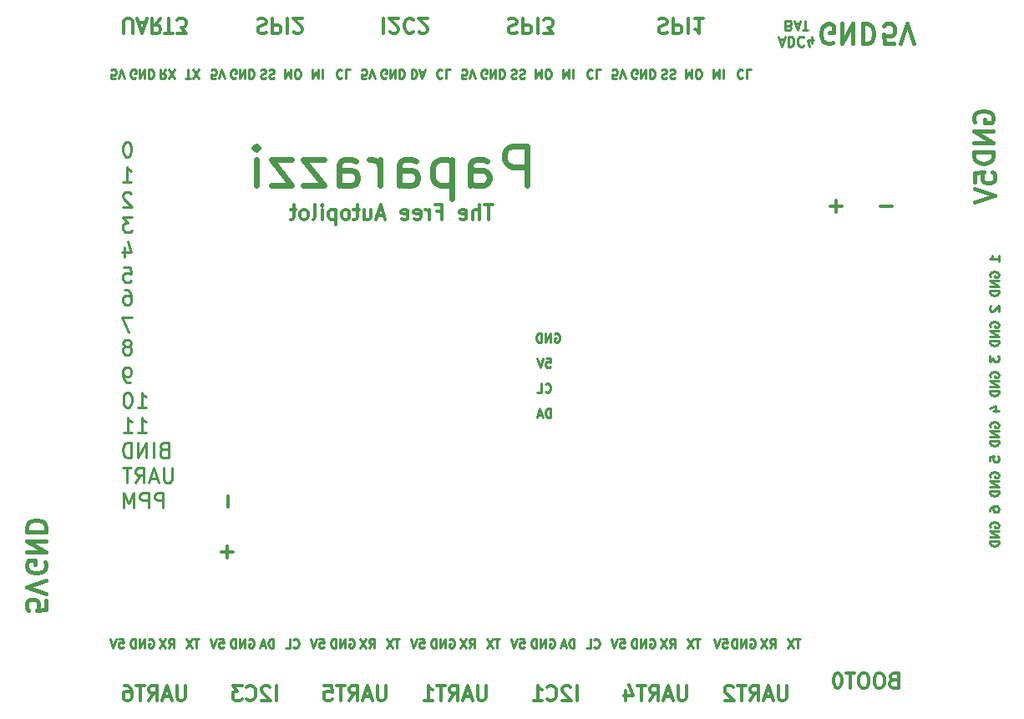
<source format=gbo>
G04 (created by PCBNEW (2013-07-07 BZR 4022)-stable) date 07/04/2014 23:08:49*
%MOIN*%
G04 Gerber Fmt 3.4, Leading zero omitted, Abs format*
%FSLAX34Y34*%
G01*
G70*
G90*
G04 APERTURE LIST*
%ADD10C,0.00590551*%
%ADD11C,0.011811*%
%ADD12C,0.023622*%
%ADD13C,0.00885827*%
%ADD14C,0.015748*%
%ADD15C,0.0670551*%
%ADD16R,0.063X0.063*%
%ADD17C,0.063*%
%ADD18R,0.068X0.068*%
%ADD19C,0.068*%
%ADD20R,0.108X0.108*%
%ADD21C,0.108*%
%ADD22C,0.20485*%
%ADD23C,0.078*%
%ADD24R,0.078X0.078*%
G04 APERTURE END LIST*
G54D10*
G54D11*
X69275Y-36714D02*
X69724Y-36714D01*
X69500Y-36939D02*
X69500Y-36489D01*
X71275Y-36714D02*
X71724Y-36714D01*
X44975Y-50514D02*
X45424Y-50514D01*
X45200Y-50739D02*
X45200Y-50289D01*
X45214Y-48724D02*
X45214Y-48275D01*
X55785Y-36648D02*
X55447Y-36648D01*
X55616Y-37239D02*
X55616Y-36648D01*
X55251Y-37239D02*
X55251Y-36648D01*
X54998Y-37239D02*
X54998Y-36929D01*
X55026Y-36873D01*
X55082Y-36845D01*
X55166Y-36845D01*
X55223Y-36873D01*
X55251Y-36901D01*
X54491Y-37210D02*
X54548Y-37239D01*
X54660Y-37239D01*
X54716Y-37210D01*
X54744Y-37154D01*
X54744Y-36929D01*
X54716Y-36873D01*
X54660Y-36845D01*
X54548Y-36845D01*
X54491Y-36873D01*
X54463Y-36929D01*
X54463Y-36985D01*
X54744Y-37042D01*
X53563Y-36929D02*
X53760Y-36929D01*
X53760Y-37239D02*
X53760Y-36648D01*
X53479Y-36648D01*
X53254Y-37239D02*
X53254Y-36845D01*
X53254Y-36957D02*
X53226Y-36901D01*
X53198Y-36873D01*
X53142Y-36845D01*
X53085Y-36845D01*
X52663Y-37210D02*
X52720Y-37239D01*
X52832Y-37239D01*
X52888Y-37210D01*
X52917Y-37154D01*
X52917Y-36929D01*
X52888Y-36873D01*
X52832Y-36845D01*
X52720Y-36845D01*
X52663Y-36873D01*
X52635Y-36929D01*
X52635Y-36985D01*
X52917Y-37042D01*
X52157Y-37210D02*
X52214Y-37239D01*
X52326Y-37239D01*
X52382Y-37210D01*
X52410Y-37154D01*
X52410Y-36929D01*
X52382Y-36873D01*
X52326Y-36845D01*
X52214Y-36845D01*
X52157Y-36873D01*
X52129Y-36929D01*
X52129Y-36985D01*
X52410Y-37042D01*
X51454Y-37070D02*
X51173Y-37070D01*
X51510Y-37239D02*
X51314Y-36648D01*
X51117Y-37239D01*
X50667Y-36845D02*
X50667Y-37239D01*
X50920Y-36845D02*
X50920Y-37154D01*
X50892Y-37210D01*
X50836Y-37239D01*
X50751Y-37239D01*
X50695Y-37210D01*
X50667Y-37182D01*
X50470Y-36845D02*
X50245Y-36845D01*
X50386Y-36648D02*
X50386Y-37154D01*
X50357Y-37210D01*
X50301Y-37239D01*
X50245Y-37239D01*
X49964Y-37239D02*
X50020Y-37210D01*
X50048Y-37182D01*
X50076Y-37126D01*
X50076Y-36957D01*
X50048Y-36901D01*
X50020Y-36873D01*
X49964Y-36845D01*
X49879Y-36845D01*
X49823Y-36873D01*
X49795Y-36901D01*
X49767Y-36957D01*
X49767Y-37126D01*
X49795Y-37182D01*
X49823Y-37210D01*
X49879Y-37239D01*
X49964Y-37239D01*
X49514Y-36845D02*
X49514Y-37435D01*
X49514Y-36873D02*
X49458Y-36845D01*
X49345Y-36845D01*
X49289Y-36873D01*
X49261Y-36901D01*
X49233Y-36957D01*
X49233Y-37126D01*
X49261Y-37182D01*
X49289Y-37210D01*
X49345Y-37239D01*
X49458Y-37239D01*
X49514Y-37210D01*
X48980Y-37239D02*
X48980Y-36845D01*
X48980Y-36648D02*
X49008Y-36676D01*
X48980Y-36704D01*
X48951Y-36676D01*
X48980Y-36648D01*
X48980Y-36704D01*
X48614Y-37239D02*
X48670Y-37210D01*
X48698Y-37154D01*
X48698Y-36648D01*
X48305Y-37239D02*
X48361Y-37210D01*
X48389Y-37182D01*
X48417Y-37126D01*
X48417Y-36957D01*
X48389Y-36901D01*
X48361Y-36873D01*
X48305Y-36845D01*
X48220Y-36845D01*
X48164Y-36873D01*
X48136Y-36901D01*
X48108Y-36957D01*
X48108Y-37126D01*
X48136Y-37182D01*
X48164Y-37210D01*
X48220Y-37239D01*
X48305Y-37239D01*
X47939Y-36845D02*
X47714Y-36845D01*
X47855Y-36648D02*
X47855Y-37154D01*
X47827Y-37210D01*
X47770Y-37239D01*
X47714Y-37239D01*
G54D12*
X57149Y-35887D02*
X57149Y-34312D01*
X56549Y-34312D01*
X56399Y-34387D01*
X56324Y-34462D01*
X56249Y-34612D01*
X56249Y-34837D01*
X56324Y-34987D01*
X56399Y-35062D01*
X56549Y-35137D01*
X57149Y-35137D01*
X54899Y-35887D02*
X54899Y-35062D01*
X54974Y-34912D01*
X55124Y-34837D01*
X55424Y-34837D01*
X55574Y-34912D01*
X54899Y-35812D02*
X55049Y-35887D01*
X55424Y-35887D01*
X55574Y-35812D01*
X55649Y-35662D01*
X55649Y-35512D01*
X55574Y-35362D01*
X55424Y-35287D01*
X55049Y-35287D01*
X54899Y-35212D01*
X54149Y-34837D02*
X54149Y-36412D01*
X54149Y-34912D02*
X53999Y-34837D01*
X53699Y-34837D01*
X53549Y-34912D01*
X53474Y-34987D01*
X53399Y-35137D01*
X53399Y-35587D01*
X53474Y-35737D01*
X53549Y-35812D01*
X53699Y-35887D01*
X53999Y-35887D01*
X54149Y-35812D01*
X52049Y-35887D02*
X52049Y-35062D01*
X52124Y-34912D01*
X52274Y-34837D01*
X52574Y-34837D01*
X52724Y-34912D01*
X52049Y-35812D02*
X52199Y-35887D01*
X52574Y-35887D01*
X52724Y-35812D01*
X52799Y-35662D01*
X52799Y-35512D01*
X52724Y-35362D01*
X52574Y-35287D01*
X52199Y-35287D01*
X52049Y-35212D01*
X51300Y-35887D02*
X51300Y-34837D01*
X51300Y-35137D02*
X51225Y-34987D01*
X51150Y-34912D01*
X51000Y-34837D01*
X50850Y-34837D01*
X49650Y-35887D02*
X49650Y-35062D01*
X49725Y-34912D01*
X49875Y-34837D01*
X50175Y-34837D01*
X50325Y-34912D01*
X49650Y-35812D02*
X49800Y-35887D01*
X50175Y-35887D01*
X50325Y-35812D01*
X50400Y-35662D01*
X50400Y-35512D01*
X50325Y-35362D01*
X50175Y-35287D01*
X49800Y-35287D01*
X49650Y-35212D01*
X49050Y-34837D02*
X48225Y-34837D01*
X49050Y-35887D01*
X48225Y-35887D01*
X47775Y-34837D02*
X46950Y-34837D01*
X47775Y-35887D01*
X46950Y-35887D01*
X46350Y-35887D02*
X46350Y-34837D01*
X46350Y-34312D02*
X46425Y-34387D01*
X46350Y-34462D01*
X46275Y-34387D01*
X46350Y-34312D01*
X46350Y-34462D01*
G54D13*
X50069Y-54005D02*
X50103Y-53989D01*
X50154Y-53989D01*
X50204Y-54005D01*
X50238Y-54039D01*
X50255Y-54073D01*
X50272Y-54140D01*
X50272Y-54191D01*
X50255Y-54259D01*
X50238Y-54292D01*
X50204Y-54326D01*
X50154Y-54343D01*
X50120Y-54343D01*
X50069Y-54326D01*
X50053Y-54309D01*
X50053Y-54191D01*
X50120Y-54191D01*
X49901Y-54343D02*
X49901Y-53989D01*
X49698Y-54343D01*
X49698Y-53989D01*
X49530Y-54343D02*
X49530Y-53989D01*
X49445Y-53989D01*
X49395Y-54005D01*
X49361Y-54039D01*
X49344Y-54073D01*
X49327Y-54140D01*
X49327Y-54191D01*
X49344Y-54259D01*
X49361Y-54292D01*
X49395Y-54326D01*
X49445Y-54343D01*
X49530Y-54343D01*
X59044Y-54343D02*
X59044Y-53989D01*
X58960Y-53989D01*
X58909Y-54005D01*
X58875Y-54039D01*
X58859Y-54073D01*
X58842Y-54140D01*
X58842Y-54191D01*
X58859Y-54259D01*
X58875Y-54292D01*
X58909Y-54326D01*
X58960Y-54343D01*
X59044Y-54343D01*
X58707Y-54242D02*
X58538Y-54242D01*
X58740Y-54343D02*
X58622Y-53989D01*
X58504Y-54343D01*
X47044Y-54343D02*
X47044Y-53989D01*
X46960Y-53989D01*
X46909Y-54005D01*
X46875Y-54039D01*
X46859Y-54073D01*
X46842Y-54140D01*
X46842Y-54191D01*
X46859Y-54259D01*
X46875Y-54292D01*
X46909Y-54326D01*
X46960Y-54343D01*
X47044Y-54343D01*
X46707Y-54242D02*
X46538Y-54242D01*
X46740Y-54343D02*
X46622Y-53989D01*
X46504Y-54343D01*
X58069Y-54005D02*
X58103Y-53989D01*
X58154Y-53989D01*
X58204Y-54005D01*
X58238Y-54039D01*
X58255Y-54073D01*
X58272Y-54140D01*
X58272Y-54191D01*
X58255Y-54259D01*
X58238Y-54292D01*
X58204Y-54326D01*
X58154Y-54343D01*
X58120Y-54343D01*
X58069Y-54326D01*
X58053Y-54309D01*
X58053Y-54191D01*
X58120Y-54191D01*
X57901Y-54343D02*
X57901Y-53989D01*
X57698Y-54343D01*
X57698Y-53989D01*
X57530Y-54343D02*
X57530Y-53989D01*
X57445Y-53989D01*
X57395Y-54005D01*
X57361Y-54039D01*
X57344Y-54073D01*
X57327Y-54140D01*
X57327Y-54191D01*
X57344Y-54259D01*
X57361Y-54292D01*
X57395Y-54326D01*
X57445Y-54343D01*
X57530Y-54343D01*
X59833Y-54309D02*
X59850Y-54326D01*
X59901Y-54343D01*
X59934Y-54343D01*
X59985Y-54326D01*
X60019Y-54292D01*
X60036Y-54259D01*
X60053Y-54191D01*
X60053Y-54140D01*
X60036Y-54073D01*
X60019Y-54039D01*
X59985Y-54005D01*
X59934Y-53989D01*
X59901Y-53989D01*
X59850Y-54005D01*
X59833Y-54022D01*
X59513Y-54343D02*
X59681Y-54343D01*
X59681Y-53989D01*
X47833Y-54309D02*
X47850Y-54326D01*
X47901Y-54343D01*
X47934Y-54343D01*
X47985Y-54326D01*
X48019Y-54292D01*
X48036Y-54259D01*
X48053Y-54191D01*
X48053Y-54140D01*
X48036Y-54073D01*
X48019Y-54039D01*
X47985Y-54005D01*
X47934Y-53989D01*
X47901Y-53989D01*
X47850Y-54005D01*
X47833Y-54022D01*
X47513Y-54343D02*
X47681Y-54343D01*
X47681Y-53989D01*
X48597Y-31256D02*
X48597Y-31610D01*
X48715Y-31357D01*
X48833Y-31610D01*
X48833Y-31256D01*
X49002Y-31256D02*
X49002Y-31610D01*
X58597Y-31256D02*
X58597Y-31610D01*
X58715Y-31357D01*
X58833Y-31610D01*
X58833Y-31256D01*
X59002Y-31256D02*
X59002Y-31610D01*
X64597Y-31256D02*
X64597Y-31610D01*
X64715Y-31357D01*
X64833Y-31610D01*
X64833Y-31256D01*
X65002Y-31256D02*
X65002Y-31610D01*
X63496Y-31256D02*
X63496Y-31610D01*
X63614Y-31357D01*
X63732Y-31610D01*
X63732Y-31256D01*
X63968Y-31610D02*
X64036Y-31610D01*
X64069Y-31594D01*
X64103Y-31560D01*
X64120Y-31492D01*
X64120Y-31374D01*
X64103Y-31307D01*
X64069Y-31273D01*
X64036Y-31256D01*
X63968Y-31256D01*
X63934Y-31273D01*
X63901Y-31307D01*
X63884Y-31374D01*
X63884Y-31492D01*
X63901Y-31560D01*
X63934Y-31594D01*
X63968Y-31610D01*
X57496Y-31256D02*
X57496Y-31610D01*
X57614Y-31357D01*
X57732Y-31610D01*
X57732Y-31256D01*
X57968Y-31610D02*
X58036Y-31610D01*
X58069Y-31594D01*
X58103Y-31560D01*
X58120Y-31492D01*
X58120Y-31374D01*
X58103Y-31307D01*
X58069Y-31273D01*
X58036Y-31256D01*
X57968Y-31256D01*
X57934Y-31273D01*
X57901Y-31307D01*
X57884Y-31374D01*
X57884Y-31492D01*
X57901Y-31560D01*
X57934Y-31594D01*
X57968Y-31610D01*
X47496Y-31256D02*
X47496Y-31610D01*
X47614Y-31357D01*
X47732Y-31610D01*
X47732Y-31256D01*
X47968Y-31610D02*
X48036Y-31610D01*
X48069Y-31594D01*
X48103Y-31560D01*
X48120Y-31492D01*
X48120Y-31374D01*
X48103Y-31307D01*
X48069Y-31273D01*
X48036Y-31256D01*
X47968Y-31256D01*
X47934Y-31273D01*
X47901Y-31307D01*
X47884Y-31374D01*
X47884Y-31492D01*
X47901Y-31560D01*
X47934Y-31594D01*
X47968Y-31610D01*
X62530Y-31273D02*
X62580Y-31256D01*
X62665Y-31256D01*
X62698Y-31273D01*
X62715Y-31290D01*
X62732Y-31324D01*
X62732Y-31357D01*
X62715Y-31391D01*
X62698Y-31408D01*
X62665Y-31425D01*
X62597Y-31442D01*
X62563Y-31459D01*
X62546Y-31475D01*
X62530Y-31509D01*
X62530Y-31543D01*
X62546Y-31577D01*
X62563Y-31594D01*
X62597Y-31610D01*
X62681Y-31610D01*
X62732Y-31594D01*
X62867Y-31273D02*
X62918Y-31256D01*
X63002Y-31256D01*
X63036Y-31273D01*
X63053Y-31290D01*
X63069Y-31324D01*
X63069Y-31357D01*
X63053Y-31391D01*
X63036Y-31408D01*
X63002Y-31425D01*
X62934Y-31442D01*
X62901Y-31459D01*
X62884Y-31475D01*
X62867Y-31509D01*
X62867Y-31543D01*
X62884Y-31577D01*
X62901Y-31594D01*
X62934Y-31610D01*
X63019Y-31610D01*
X63069Y-31594D01*
X56530Y-31273D02*
X56580Y-31256D01*
X56665Y-31256D01*
X56698Y-31273D01*
X56715Y-31290D01*
X56732Y-31324D01*
X56732Y-31357D01*
X56715Y-31391D01*
X56698Y-31408D01*
X56665Y-31425D01*
X56597Y-31442D01*
X56563Y-31459D01*
X56546Y-31475D01*
X56530Y-31509D01*
X56530Y-31543D01*
X56546Y-31577D01*
X56563Y-31594D01*
X56597Y-31610D01*
X56681Y-31610D01*
X56732Y-31594D01*
X56867Y-31273D02*
X56918Y-31256D01*
X57002Y-31256D01*
X57036Y-31273D01*
X57053Y-31290D01*
X57069Y-31324D01*
X57069Y-31357D01*
X57053Y-31391D01*
X57036Y-31408D01*
X57002Y-31425D01*
X56934Y-31442D01*
X56901Y-31459D01*
X56884Y-31475D01*
X56867Y-31509D01*
X56867Y-31543D01*
X56884Y-31577D01*
X56901Y-31594D01*
X56934Y-31610D01*
X57019Y-31610D01*
X57069Y-31594D01*
X46530Y-31273D02*
X46580Y-31256D01*
X46665Y-31256D01*
X46698Y-31273D01*
X46715Y-31290D01*
X46732Y-31324D01*
X46732Y-31357D01*
X46715Y-31391D01*
X46698Y-31408D01*
X46665Y-31425D01*
X46597Y-31442D01*
X46563Y-31459D01*
X46546Y-31475D01*
X46530Y-31509D01*
X46530Y-31543D01*
X46546Y-31577D01*
X46563Y-31594D01*
X46597Y-31610D01*
X46681Y-31610D01*
X46732Y-31594D01*
X46867Y-31273D02*
X46918Y-31256D01*
X47002Y-31256D01*
X47036Y-31273D01*
X47053Y-31290D01*
X47069Y-31324D01*
X47069Y-31357D01*
X47053Y-31391D01*
X47036Y-31408D01*
X47002Y-31425D01*
X46934Y-31442D01*
X46901Y-31459D01*
X46884Y-31475D01*
X46867Y-31509D01*
X46867Y-31543D01*
X46884Y-31577D01*
X46901Y-31594D01*
X46934Y-31610D01*
X47019Y-31610D01*
X47069Y-31594D01*
X65766Y-31290D02*
X65749Y-31273D01*
X65698Y-31256D01*
X65665Y-31256D01*
X65614Y-31273D01*
X65580Y-31307D01*
X65563Y-31340D01*
X65546Y-31408D01*
X65546Y-31459D01*
X65563Y-31526D01*
X65580Y-31560D01*
X65614Y-31594D01*
X65665Y-31610D01*
X65698Y-31610D01*
X65749Y-31594D01*
X65766Y-31577D01*
X66086Y-31256D02*
X65918Y-31256D01*
X65918Y-31610D01*
X59766Y-31290D02*
X59749Y-31273D01*
X59698Y-31256D01*
X59665Y-31256D01*
X59614Y-31273D01*
X59580Y-31307D01*
X59563Y-31340D01*
X59546Y-31408D01*
X59546Y-31459D01*
X59563Y-31526D01*
X59580Y-31560D01*
X59614Y-31594D01*
X59665Y-31610D01*
X59698Y-31610D01*
X59749Y-31594D01*
X59766Y-31577D01*
X60086Y-31256D02*
X59918Y-31256D01*
X59918Y-31610D01*
X49766Y-31290D02*
X49749Y-31273D01*
X49698Y-31256D01*
X49665Y-31256D01*
X49614Y-31273D01*
X49580Y-31307D01*
X49563Y-31340D01*
X49546Y-31408D01*
X49546Y-31459D01*
X49563Y-31526D01*
X49580Y-31560D01*
X49614Y-31594D01*
X49665Y-31610D01*
X49698Y-31610D01*
X49749Y-31594D01*
X49766Y-31577D01*
X50086Y-31256D02*
X49918Y-31256D01*
X49918Y-31610D01*
X53766Y-31290D02*
X53749Y-31273D01*
X53698Y-31256D01*
X53665Y-31256D01*
X53614Y-31273D01*
X53580Y-31307D01*
X53563Y-31340D01*
X53546Y-31408D01*
X53546Y-31459D01*
X53563Y-31526D01*
X53580Y-31560D01*
X53614Y-31594D01*
X53665Y-31610D01*
X53698Y-31610D01*
X53749Y-31594D01*
X53766Y-31577D01*
X54086Y-31256D02*
X53918Y-31256D01*
X53918Y-31610D01*
X52555Y-31256D02*
X52555Y-31610D01*
X52639Y-31610D01*
X52690Y-31594D01*
X52724Y-31560D01*
X52740Y-31526D01*
X52757Y-31459D01*
X52757Y-31408D01*
X52740Y-31340D01*
X52724Y-31307D01*
X52690Y-31273D01*
X52639Y-31256D01*
X52555Y-31256D01*
X52892Y-31357D02*
X53061Y-31357D01*
X52859Y-31256D02*
X52977Y-31610D01*
X53095Y-31256D01*
G54D11*
X51442Y-29210D02*
X51442Y-29801D01*
X51695Y-29745D02*
X51723Y-29773D01*
X51779Y-29801D01*
X51920Y-29801D01*
X51976Y-29773D01*
X52004Y-29745D01*
X52032Y-29689D01*
X52032Y-29632D01*
X52004Y-29548D01*
X51667Y-29210D01*
X52032Y-29210D01*
X52623Y-29267D02*
X52595Y-29239D01*
X52510Y-29210D01*
X52454Y-29210D01*
X52370Y-29239D01*
X52314Y-29295D01*
X52285Y-29351D01*
X52257Y-29464D01*
X52257Y-29548D01*
X52285Y-29660D01*
X52314Y-29717D01*
X52370Y-29773D01*
X52454Y-29801D01*
X52510Y-29801D01*
X52595Y-29773D01*
X52623Y-29745D01*
X52848Y-29745D02*
X52876Y-29773D01*
X52932Y-29801D01*
X53073Y-29801D01*
X53129Y-29773D01*
X53157Y-29745D01*
X53185Y-29689D01*
X53185Y-29632D01*
X53157Y-29548D01*
X52820Y-29210D01*
X53185Y-29210D01*
G54D14*
X37968Y-52449D02*
X37968Y-52824D01*
X37593Y-52862D01*
X37631Y-52824D01*
X37668Y-52749D01*
X37668Y-52562D01*
X37631Y-52487D01*
X37593Y-52449D01*
X37518Y-52412D01*
X37331Y-52412D01*
X37256Y-52449D01*
X37218Y-52487D01*
X37181Y-52562D01*
X37181Y-52749D01*
X37218Y-52824D01*
X37256Y-52862D01*
X37968Y-52187D02*
X37181Y-51925D01*
X37968Y-51662D01*
X37931Y-50899D02*
X37968Y-50974D01*
X37968Y-51087D01*
X37931Y-51199D01*
X37856Y-51274D01*
X37781Y-51312D01*
X37631Y-51349D01*
X37518Y-51349D01*
X37368Y-51312D01*
X37293Y-51274D01*
X37218Y-51199D01*
X37181Y-51087D01*
X37181Y-51012D01*
X37218Y-50899D01*
X37256Y-50862D01*
X37518Y-50862D01*
X37518Y-51012D01*
X37181Y-50524D02*
X37968Y-50524D01*
X37181Y-50075D01*
X37968Y-50075D01*
X37181Y-49700D02*
X37968Y-49700D01*
X37968Y-49512D01*
X37931Y-49400D01*
X37856Y-49325D01*
X37781Y-49287D01*
X37631Y-49250D01*
X37518Y-49250D01*
X37368Y-49287D01*
X37293Y-49325D01*
X37218Y-49400D01*
X37181Y-49512D01*
X37181Y-49700D01*
G54D11*
X62414Y-29239D02*
X62498Y-29210D01*
X62639Y-29210D01*
X62695Y-29239D01*
X62723Y-29267D01*
X62751Y-29323D01*
X62751Y-29379D01*
X62723Y-29435D01*
X62695Y-29464D01*
X62639Y-29492D01*
X62526Y-29520D01*
X62470Y-29548D01*
X62442Y-29576D01*
X62414Y-29632D01*
X62414Y-29689D01*
X62442Y-29745D01*
X62470Y-29773D01*
X62526Y-29801D01*
X62667Y-29801D01*
X62751Y-29773D01*
X63004Y-29210D02*
X63004Y-29801D01*
X63229Y-29801D01*
X63285Y-29773D01*
X63314Y-29745D01*
X63342Y-29689D01*
X63342Y-29604D01*
X63314Y-29548D01*
X63285Y-29520D01*
X63229Y-29492D01*
X63004Y-29492D01*
X63595Y-29210D02*
X63595Y-29801D01*
X64185Y-29210D02*
X63848Y-29210D01*
X64017Y-29210D02*
X64017Y-29801D01*
X63960Y-29717D01*
X63904Y-29660D01*
X63848Y-29632D01*
X56414Y-29239D02*
X56498Y-29210D01*
X56639Y-29210D01*
X56695Y-29239D01*
X56723Y-29267D01*
X56751Y-29323D01*
X56751Y-29379D01*
X56723Y-29435D01*
X56695Y-29464D01*
X56639Y-29492D01*
X56526Y-29520D01*
X56470Y-29548D01*
X56442Y-29576D01*
X56414Y-29632D01*
X56414Y-29689D01*
X56442Y-29745D01*
X56470Y-29773D01*
X56526Y-29801D01*
X56667Y-29801D01*
X56751Y-29773D01*
X57004Y-29210D02*
X57004Y-29801D01*
X57229Y-29801D01*
X57285Y-29773D01*
X57314Y-29745D01*
X57342Y-29689D01*
X57342Y-29604D01*
X57314Y-29548D01*
X57285Y-29520D01*
X57229Y-29492D01*
X57004Y-29492D01*
X57595Y-29210D02*
X57595Y-29801D01*
X57820Y-29801D02*
X58185Y-29801D01*
X57988Y-29576D01*
X58073Y-29576D01*
X58129Y-29548D01*
X58157Y-29520D01*
X58185Y-29464D01*
X58185Y-29323D01*
X58157Y-29267D01*
X58129Y-29239D01*
X58073Y-29210D01*
X57904Y-29210D01*
X57848Y-29239D01*
X57820Y-29267D01*
X46414Y-29239D02*
X46498Y-29210D01*
X46639Y-29210D01*
X46695Y-29239D01*
X46723Y-29267D01*
X46751Y-29323D01*
X46751Y-29379D01*
X46723Y-29435D01*
X46695Y-29464D01*
X46639Y-29492D01*
X46526Y-29520D01*
X46470Y-29548D01*
X46442Y-29576D01*
X46414Y-29632D01*
X46414Y-29689D01*
X46442Y-29745D01*
X46470Y-29773D01*
X46526Y-29801D01*
X46667Y-29801D01*
X46751Y-29773D01*
X47004Y-29210D02*
X47004Y-29801D01*
X47229Y-29801D01*
X47285Y-29773D01*
X47314Y-29745D01*
X47342Y-29689D01*
X47342Y-29604D01*
X47314Y-29548D01*
X47285Y-29520D01*
X47229Y-29492D01*
X47004Y-29492D01*
X47595Y-29210D02*
X47595Y-29801D01*
X47848Y-29745D02*
X47876Y-29773D01*
X47932Y-29801D01*
X48073Y-29801D01*
X48129Y-29773D01*
X48157Y-29745D01*
X48185Y-29689D01*
X48185Y-29632D01*
X48157Y-29548D01*
X47820Y-29210D01*
X48185Y-29210D01*
X41076Y-29801D02*
X41076Y-29323D01*
X41104Y-29267D01*
X41132Y-29239D01*
X41189Y-29210D01*
X41301Y-29210D01*
X41357Y-29239D01*
X41386Y-29267D01*
X41414Y-29323D01*
X41414Y-29801D01*
X41667Y-29379D02*
X41948Y-29379D01*
X41611Y-29210D02*
X41807Y-29801D01*
X42004Y-29210D01*
X42539Y-29210D02*
X42342Y-29492D01*
X42201Y-29210D02*
X42201Y-29801D01*
X42426Y-29801D01*
X42482Y-29773D01*
X42510Y-29745D01*
X42539Y-29689D01*
X42539Y-29604D01*
X42510Y-29548D01*
X42482Y-29520D01*
X42426Y-29492D01*
X42201Y-29492D01*
X42707Y-29801D02*
X43045Y-29801D01*
X42876Y-29210D02*
X42876Y-29801D01*
X43185Y-29801D02*
X43551Y-29801D01*
X43354Y-29576D01*
X43438Y-29576D01*
X43495Y-29548D01*
X43523Y-29520D01*
X43551Y-29464D01*
X43551Y-29323D01*
X43523Y-29267D01*
X43495Y-29239D01*
X43438Y-29210D01*
X43270Y-29210D01*
X43213Y-29239D01*
X43185Y-29267D01*
X71782Y-55629D02*
X71698Y-55657D01*
X71670Y-55685D01*
X71642Y-55742D01*
X71642Y-55826D01*
X71670Y-55882D01*
X71698Y-55910D01*
X71754Y-55939D01*
X71979Y-55939D01*
X71979Y-55348D01*
X71782Y-55348D01*
X71726Y-55376D01*
X71698Y-55404D01*
X71670Y-55460D01*
X71670Y-55517D01*
X71698Y-55573D01*
X71726Y-55601D01*
X71782Y-55629D01*
X71979Y-55629D01*
X71276Y-55348D02*
X71164Y-55348D01*
X71107Y-55376D01*
X71051Y-55432D01*
X71023Y-55545D01*
X71023Y-55742D01*
X71051Y-55854D01*
X71107Y-55910D01*
X71164Y-55939D01*
X71276Y-55939D01*
X71332Y-55910D01*
X71388Y-55854D01*
X71417Y-55742D01*
X71417Y-55545D01*
X71388Y-55432D01*
X71332Y-55376D01*
X71276Y-55348D01*
X70657Y-55348D02*
X70545Y-55348D01*
X70489Y-55376D01*
X70432Y-55432D01*
X70404Y-55545D01*
X70404Y-55742D01*
X70432Y-55854D01*
X70489Y-55910D01*
X70545Y-55939D01*
X70657Y-55939D01*
X70714Y-55910D01*
X70770Y-55854D01*
X70798Y-55742D01*
X70798Y-55545D01*
X70770Y-55432D01*
X70714Y-55376D01*
X70657Y-55348D01*
X70235Y-55348D02*
X69898Y-55348D01*
X70067Y-55939D02*
X70067Y-55348D01*
X69589Y-55348D02*
X69532Y-55348D01*
X69476Y-55376D01*
X69448Y-55404D01*
X69420Y-55460D01*
X69392Y-55573D01*
X69392Y-55714D01*
X69420Y-55826D01*
X69448Y-55882D01*
X69476Y-55910D01*
X69532Y-55939D01*
X69589Y-55939D01*
X69645Y-55910D01*
X69673Y-55882D01*
X69701Y-55826D01*
X69729Y-55714D01*
X69729Y-55573D01*
X69701Y-55460D01*
X69673Y-55404D01*
X69645Y-55376D01*
X69589Y-55348D01*
X67523Y-55848D02*
X67523Y-56326D01*
X67495Y-56382D01*
X67467Y-56410D01*
X67410Y-56439D01*
X67298Y-56439D01*
X67242Y-56410D01*
X67213Y-56382D01*
X67185Y-56326D01*
X67185Y-55848D01*
X66932Y-56270D02*
X66651Y-56270D01*
X66988Y-56439D02*
X66792Y-55848D01*
X66595Y-56439D01*
X66060Y-56439D02*
X66257Y-56157D01*
X66398Y-56439D02*
X66398Y-55848D01*
X66173Y-55848D01*
X66117Y-55876D01*
X66089Y-55904D01*
X66060Y-55960D01*
X66060Y-56045D01*
X66089Y-56101D01*
X66117Y-56129D01*
X66173Y-56157D01*
X66398Y-56157D01*
X65892Y-55848D02*
X65554Y-55848D01*
X65723Y-56439D02*
X65723Y-55848D01*
X65386Y-55904D02*
X65357Y-55876D01*
X65301Y-55848D01*
X65161Y-55848D01*
X65104Y-55876D01*
X65076Y-55904D01*
X65048Y-55960D01*
X65048Y-56017D01*
X65076Y-56101D01*
X65414Y-56439D01*
X65048Y-56439D01*
X63523Y-55848D02*
X63523Y-56326D01*
X63495Y-56382D01*
X63467Y-56410D01*
X63410Y-56439D01*
X63298Y-56439D01*
X63242Y-56410D01*
X63213Y-56382D01*
X63185Y-56326D01*
X63185Y-55848D01*
X62932Y-56270D02*
X62651Y-56270D01*
X62988Y-56439D02*
X62792Y-55848D01*
X62595Y-56439D01*
X62060Y-56439D02*
X62257Y-56157D01*
X62398Y-56439D02*
X62398Y-55848D01*
X62173Y-55848D01*
X62117Y-55876D01*
X62089Y-55904D01*
X62060Y-55960D01*
X62060Y-56045D01*
X62089Y-56101D01*
X62117Y-56129D01*
X62173Y-56157D01*
X62398Y-56157D01*
X61892Y-55848D02*
X61554Y-55848D01*
X61723Y-56439D02*
X61723Y-55848D01*
X61104Y-56045D02*
X61104Y-56439D01*
X61245Y-55820D02*
X61386Y-56242D01*
X61020Y-56242D01*
X59157Y-56439D02*
X59157Y-55848D01*
X58904Y-55904D02*
X58876Y-55876D01*
X58820Y-55848D01*
X58679Y-55848D01*
X58623Y-55876D01*
X58595Y-55904D01*
X58567Y-55960D01*
X58567Y-56017D01*
X58595Y-56101D01*
X58932Y-56439D01*
X58567Y-56439D01*
X57976Y-56382D02*
X58004Y-56410D01*
X58089Y-56439D01*
X58145Y-56439D01*
X58229Y-56410D01*
X58285Y-56354D01*
X58314Y-56298D01*
X58342Y-56185D01*
X58342Y-56101D01*
X58314Y-55989D01*
X58285Y-55932D01*
X58229Y-55876D01*
X58145Y-55848D01*
X58089Y-55848D01*
X58004Y-55876D01*
X57976Y-55904D01*
X57414Y-56439D02*
X57751Y-56439D01*
X57582Y-56439D02*
X57582Y-55848D01*
X57639Y-55932D01*
X57695Y-55989D01*
X57751Y-56017D01*
X55523Y-55848D02*
X55523Y-56326D01*
X55495Y-56382D01*
X55467Y-56410D01*
X55410Y-56439D01*
X55298Y-56439D01*
X55242Y-56410D01*
X55213Y-56382D01*
X55185Y-56326D01*
X55185Y-55848D01*
X54932Y-56270D02*
X54651Y-56270D01*
X54988Y-56439D02*
X54792Y-55848D01*
X54595Y-56439D01*
X54060Y-56439D02*
X54257Y-56157D01*
X54398Y-56439D02*
X54398Y-55848D01*
X54173Y-55848D01*
X54117Y-55876D01*
X54089Y-55904D01*
X54060Y-55960D01*
X54060Y-56045D01*
X54089Y-56101D01*
X54117Y-56129D01*
X54173Y-56157D01*
X54398Y-56157D01*
X53892Y-55848D02*
X53554Y-55848D01*
X53723Y-56439D02*
X53723Y-55848D01*
X53048Y-56439D02*
X53386Y-56439D01*
X53217Y-56439D02*
X53217Y-55848D01*
X53273Y-55932D01*
X53329Y-55989D01*
X53386Y-56017D01*
X51523Y-55848D02*
X51523Y-56326D01*
X51495Y-56382D01*
X51467Y-56410D01*
X51410Y-56439D01*
X51298Y-56439D01*
X51242Y-56410D01*
X51213Y-56382D01*
X51185Y-56326D01*
X51185Y-55848D01*
X50932Y-56270D02*
X50651Y-56270D01*
X50988Y-56439D02*
X50792Y-55848D01*
X50595Y-56439D01*
X50060Y-56439D02*
X50257Y-56157D01*
X50398Y-56439D02*
X50398Y-55848D01*
X50173Y-55848D01*
X50117Y-55876D01*
X50089Y-55904D01*
X50060Y-55960D01*
X50060Y-56045D01*
X50089Y-56101D01*
X50117Y-56129D01*
X50173Y-56157D01*
X50398Y-56157D01*
X49892Y-55848D02*
X49554Y-55848D01*
X49723Y-56439D02*
X49723Y-55848D01*
X49076Y-55848D02*
X49357Y-55848D01*
X49386Y-56129D01*
X49357Y-56101D01*
X49301Y-56073D01*
X49161Y-56073D01*
X49104Y-56101D01*
X49076Y-56129D01*
X49048Y-56185D01*
X49048Y-56326D01*
X49076Y-56382D01*
X49104Y-56410D01*
X49161Y-56439D01*
X49301Y-56439D01*
X49357Y-56410D01*
X49386Y-56382D01*
X47157Y-56439D02*
X47157Y-55848D01*
X46904Y-55904D02*
X46876Y-55876D01*
X46820Y-55848D01*
X46679Y-55848D01*
X46623Y-55876D01*
X46595Y-55904D01*
X46567Y-55960D01*
X46567Y-56017D01*
X46595Y-56101D01*
X46932Y-56439D01*
X46567Y-56439D01*
X45976Y-56382D02*
X46004Y-56410D01*
X46089Y-56439D01*
X46145Y-56439D01*
X46229Y-56410D01*
X46285Y-56354D01*
X46314Y-56298D01*
X46342Y-56185D01*
X46342Y-56101D01*
X46314Y-55989D01*
X46285Y-55932D01*
X46229Y-55876D01*
X46145Y-55848D01*
X46089Y-55848D01*
X46004Y-55876D01*
X45976Y-55904D01*
X45779Y-55848D02*
X45414Y-55848D01*
X45611Y-56073D01*
X45526Y-56073D01*
X45470Y-56101D01*
X45442Y-56129D01*
X45414Y-56185D01*
X45414Y-56326D01*
X45442Y-56382D01*
X45470Y-56410D01*
X45526Y-56439D01*
X45695Y-56439D01*
X45751Y-56410D01*
X45779Y-56382D01*
X43523Y-55848D02*
X43523Y-56326D01*
X43495Y-56382D01*
X43467Y-56410D01*
X43410Y-56439D01*
X43298Y-56439D01*
X43242Y-56410D01*
X43213Y-56382D01*
X43185Y-56326D01*
X43185Y-55848D01*
X42932Y-56270D02*
X42651Y-56270D01*
X42988Y-56439D02*
X42792Y-55848D01*
X42595Y-56439D01*
X42060Y-56439D02*
X42257Y-56157D01*
X42398Y-56439D02*
X42398Y-55848D01*
X42173Y-55848D01*
X42117Y-55876D01*
X42089Y-55904D01*
X42060Y-55960D01*
X42060Y-56045D01*
X42089Y-56101D01*
X42117Y-56129D01*
X42173Y-56157D01*
X42398Y-56157D01*
X41892Y-55848D02*
X41554Y-55848D01*
X41723Y-56439D02*
X41723Y-55848D01*
X41104Y-55848D02*
X41217Y-55848D01*
X41273Y-55876D01*
X41301Y-55904D01*
X41357Y-55989D01*
X41386Y-56101D01*
X41386Y-56326D01*
X41357Y-56382D01*
X41329Y-56410D01*
X41273Y-56439D01*
X41161Y-56439D01*
X41104Y-56410D01*
X41076Y-56382D01*
X41048Y-56326D01*
X41048Y-56185D01*
X41076Y-56129D01*
X41104Y-56101D01*
X41161Y-56073D01*
X41273Y-56073D01*
X41329Y-56101D01*
X41357Y-56129D01*
X41386Y-56185D01*
G54D13*
X75993Y-38901D02*
X75993Y-38698D01*
X75993Y-38800D02*
X75639Y-38800D01*
X75689Y-38766D01*
X75723Y-38732D01*
X75740Y-38698D01*
X75672Y-40698D02*
X75655Y-40715D01*
X75639Y-40749D01*
X75639Y-40833D01*
X75655Y-40867D01*
X75672Y-40884D01*
X75706Y-40901D01*
X75740Y-40901D01*
X75790Y-40884D01*
X75993Y-40681D01*
X75993Y-40901D01*
X75639Y-42681D02*
X75639Y-42901D01*
X75774Y-42783D01*
X75774Y-42833D01*
X75790Y-42867D01*
X75807Y-42884D01*
X75841Y-42901D01*
X75925Y-42901D01*
X75959Y-42884D01*
X75976Y-42867D01*
X75993Y-42833D01*
X75993Y-42732D01*
X75976Y-42698D01*
X75959Y-42681D01*
X75757Y-44867D02*
X75993Y-44867D01*
X75622Y-44783D02*
X75875Y-44698D01*
X75875Y-44918D01*
X75639Y-46884D02*
X75639Y-46715D01*
X75807Y-46698D01*
X75790Y-46715D01*
X75774Y-46749D01*
X75774Y-46833D01*
X75790Y-46867D01*
X75807Y-46884D01*
X75841Y-46901D01*
X75925Y-46901D01*
X75959Y-46884D01*
X75976Y-46867D01*
X75993Y-46833D01*
X75993Y-46749D01*
X75976Y-46715D01*
X75959Y-46698D01*
X75639Y-48867D02*
X75639Y-48800D01*
X75655Y-48766D01*
X75672Y-48749D01*
X75723Y-48715D01*
X75790Y-48698D01*
X75925Y-48698D01*
X75959Y-48715D01*
X75976Y-48732D01*
X75993Y-48766D01*
X75993Y-48833D01*
X75976Y-48867D01*
X75959Y-48884D01*
X75925Y-48901D01*
X75841Y-48901D01*
X75807Y-48884D01*
X75790Y-48867D01*
X75774Y-48833D01*
X75774Y-48766D01*
X75790Y-48732D01*
X75807Y-48715D01*
X75841Y-48698D01*
X58269Y-41805D02*
X58303Y-41789D01*
X58354Y-41789D01*
X58404Y-41805D01*
X58438Y-41839D01*
X58455Y-41873D01*
X58472Y-41940D01*
X58472Y-41991D01*
X58455Y-42059D01*
X58438Y-42092D01*
X58404Y-42126D01*
X58354Y-42143D01*
X58320Y-42143D01*
X58269Y-42126D01*
X58253Y-42109D01*
X58253Y-41991D01*
X58320Y-41991D01*
X58101Y-42143D02*
X58101Y-41789D01*
X57898Y-42143D01*
X57898Y-41789D01*
X57730Y-42143D02*
X57730Y-41789D01*
X57645Y-41789D01*
X57595Y-41805D01*
X57561Y-41839D01*
X57544Y-41873D01*
X57527Y-41940D01*
X57527Y-41991D01*
X57544Y-42059D01*
X57561Y-42092D01*
X57595Y-42126D01*
X57645Y-42143D01*
X57730Y-42143D01*
X57917Y-42789D02*
X58086Y-42789D01*
X58103Y-42957D01*
X58086Y-42940D01*
X58052Y-42924D01*
X57968Y-42924D01*
X57934Y-42940D01*
X57917Y-42957D01*
X57900Y-42991D01*
X57900Y-43075D01*
X57917Y-43109D01*
X57934Y-43126D01*
X57968Y-43143D01*
X58052Y-43143D01*
X58086Y-43126D01*
X58103Y-43109D01*
X57799Y-42789D02*
X57681Y-43143D01*
X57563Y-42789D01*
X57883Y-44109D02*
X57900Y-44126D01*
X57951Y-44143D01*
X57984Y-44143D01*
X58035Y-44126D01*
X58069Y-44092D01*
X58086Y-44059D01*
X58103Y-43991D01*
X58103Y-43940D01*
X58086Y-43873D01*
X58069Y-43839D01*
X58035Y-43805D01*
X57984Y-43789D01*
X57951Y-43789D01*
X57900Y-43805D01*
X57883Y-43822D01*
X57563Y-44143D02*
X57731Y-44143D01*
X57731Y-43789D01*
X58094Y-45143D02*
X58094Y-44789D01*
X58010Y-44789D01*
X57959Y-44805D01*
X57925Y-44839D01*
X57909Y-44873D01*
X57892Y-44940D01*
X57892Y-44991D01*
X57909Y-45059D01*
X57925Y-45092D01*
X57959Y-45126D01*
X58010Y-45143D01*
X58094Y-45143D01*
X57757Y-45042D02*
X57588Y-45042D01*
X57790Y-45143D02*
X57672Y-44789D01*
X57554Y-45143D01*
X42637Y-48739D02*
X42637Y-48148D01*
X42412Y-48148D01*
X42356Y-48176D01*
X42328Y-48204D01*
X42299Y-48260D01*
X42299Y-48345D01*
X42328Y-48401D01*
X42356Y-48429D01*
X42412Y-48457D01*
X42637Y-48457D01*
X42046Y-48739D02*
X42046Y-48148D01*
X41821Y-48148D01*
X41765Y-48176D01*
X41737Y-48204D01*
X41709Y-48260D01*
X41709Y-48345D01*
X41737Y-48401D01*
X41765Y-48429D01*
X41821Y-48457D01*
X42046Y-48457D01*
X41456Y-48739D02*
X41456Y-48148D01*
X41259Y-48570D01*
X41062Y-48148D01*
X41062Y-48739D01*
X42992Y-47148D02*
X42992Y-47626D01*
X42963Y-47682D01*
X42935Y-47710D01*
X42879Y-47739D01*
X42767Y-47739D01*
X42710Y-47710D01*
X42682Y-47682D01*
X42654Y-47626D01*
X42654Y-47148D01*
X42401Y-47570D02*
X42120Y-47570D01*
X42457Y-47739D02*
X42260Y-47148D01*
X42064Y-47739D01*
X41529Y-47739D02*
X41726Y-47457D01*
X41867Y-47739D02*
X41867Y-47148D01*
X41642Y-47148D01*
X41585Y-47176D01*
X41557Y-47204D01*
X41529Y-47260D01*
X41529Y-47345D01*
X41557Y-47401D01*
X41585Y-47429D01*
X41642Y-47457D01*
X41867Y-47457D01*
X41361Y-47148D02*
X41023Y-47148D01*
X41192Y-47739D02*
X41192Y-47148D01*
X41612Y-45739D02*
X41949Y-45739D01*
X41781Y-45739D02*
X41781Y-45148D01*
X41837Y-45232D01*
X41893Y-45289D01*
X41949Y-45317D01*
X41050Y-45739D02*
X41387Y-45739D01*
X41218Y-45739D02*
X41218Y-45148D01*
X41275Y-45232D01*
X41331Y-45289D01*
X41387Y-45317D01*
X41612Y-44739D02*
X41949Y-44739D01*
X41781Y-44739D02*
X41781Y-44148D01*
X41837Y-44232D01*
X41893Y-44289D01*
X41949Y-44317D01*
X41246Y-44148D02*
X41190Y-44148D01*
X41134Y-44176D01*
X41106Y-44204D01*
X41078Y-44260D01*
X41050Y-44373D01*
X41050Y-44514D01*
X41078Y-44626D01*
X41106Y-44682D01*
X41134Y-44710D01*
X41190Y-44739D01*
X41246Y-44739D01*
X41303Y-44710D01*
X41331Y-44682D01*
X41359Y-44626D01*
X41387Y-44514D01*
X41387Y-44373D01*
X41359Y-44260D01*
X41331Y-44204D01*
X41303Y-44176D01*
X41246Y-44148D01*
X41312Y-43739D02*
X41199Y-43739D01*
X41143Y-43710D01*
X41115Y-43682D01*
X41059Y-43598D01*
X41031Y-43485D01*
X41031Y-43260D01*
X41059Y-43204D01*
X41087Y-43176D01*
X41143Y-43148D01*
X41256Y-43148D01*
X41312Y-43176D01*
X41340Y-43204D01*
X41368Y-43260D01*
X41368Y-43401D01*
X41340Y-43457D01*
X41312Y-43485D01*
X41256Y-43514D01*
X41143Y-43514D01*
X41087Y-43485D01*
X41059Y-43457D01*
X41031Y-43401D01*
X41256Y-42301D02*
X41312Y-42273D01*
X41340Y-42245D01*
X41368Y-42189D01*
X41368Y-42160D01*
X41340Y-42104D01*
X41312Y-42076D01*
X41256Y-42048D01*
X41143Y-42048D01*
X41087Y-42076D01*
X41059Y-42104D01*
X41031Y-42160D01*
X41031Y-42189D01*
X41059Y-42245D01*
X41087Y-42273D01*
X41143Y-42301D01*
X41256Y-42301D01*
X41312Y-42329D01*
X41340Y-42357D01*
X41368Y-42414D01*
X41368Y-42526D01*
X41340Y-42582D01*
X41312Y-42610D01*
X41256Y-42639D01*
X41143Y-42639D01*
X41087Y-42610D01*
X41059Y-42582D01*
X41031Y-42526D01*
X41031Y-42414D01*
X41059Y-42357D01*
X41087Y-42329D01*
X41143Y-42301D01*
X41396Y-41148D02*
X41003Y-41148D01*
X41256Y-41739D01*
X41087Y-40048D02*
X41199Y-40048D01*
X41256Y-40076D01*
X41284Y-40104D01*
X41340Y-40189D01*
X41368Y-40301D01*
X41368Y-40526D01*
X41340Y-40582D01*
X41312Y-40610D01*
X41256Y-40639D01*
X41143Y-40639D01*
X41087Y-40610D01*
X41059Y-40582D01*
X41031Y-40526D01*
X41031Y-40385D01*
X41059Y-40329D01*
X41087Y-40301D01*
X41143Y-40273D01*
X41256Y-40273D01*
X41312Y-40301D01*
X41340Y-40329D01*
X41368Y-40385D01*
X41059Y-39148D02*
X41340Y-39148D01*
X41368Y-39429D01*
X41340Y-39401D01*
X41284Y-39373D01*
X41143Y-39373D01*
X41087Y-39401D01*
X41059Y-39429D01*
X41031Y-39485D01*
X41031Y-39626D01*
X41059Y-39682D01*
X41087Y-39710D01*
X41143Y-39739D01*
X41284Y-39739D01*
X41340Y-39710D01*
X41368Y-39682D01*
X41087Y-38345D02*
X41087Y-38739D01*
X41228Y-38120D02*
X41368Y-38542D01*
X41003Y-38542D01*
X41396Y-37148D02*
X41031Y-37148D01*
X41228Y-37373D01*
X41143Y-37373D01*
X41087Y-37401D01*
X41059Y-37429D01*
X41031Y-37485D01*
X41031Y-37626D01*
X41059Y-37682D01*
X41087Y-37710D01*
X41143Y-37739D01*
X41312Y-37739D01*
X41368Y-37710D01*
X41396Y-37682D01*
X41368Y-36204D02*
X41340Y-36176D01*
X41284Y-36148D01*
X41143Y-36148D01*
X41087Y-36176D01*
X41059Y-36204D01*
X41031Y-36260D01*
X41031Y-36317D01*
X41059Y-36401D01*
X41396Y-36739D01*
X41031Y-36739D01*
X41031Y-35739D02*
X41368Y-35739D01*
X41199Y-35739D02*
X41199Y-35148D01*
X41256Y-35232D01*
X41312Y-35289D01*
X41368Y-35317D01*
X41228Y-34148D02*
X41171Y-34148D01*
X41115Y-34176D01*
X41087Y-34204D01*
X41059Y-34260D01*
X41031Y-34373D01*
X41031Y-34514D01*
X41059Y-34626D01*
X41087Y-34682D01*
X41115Y-34710D01*
X41171Y-34739D01*
X41228Y-34739D01*
X41284Y-34710D01*
X41312Y-34682D01*
X41340Y-34626D01*
X41368Y-34514D01*
X41368Y-34373D01*
X41340Y-34260D01*
X41312Y-34204D01*
X41284Y-34176D01*
X41228Y-34148D01*
X64069Y-53989D02*
X63867Y-53989D01*
X63968Y-54343D02*
X63968Y-53989D01*
X63783Y-53989D02*
X63546Y-54343D01*
X63546Y-53989D02*
X63783Y-54343D01*
X56069Y-53989D02*
X55867Y-53989D01*
X55968Y-54343D02*
X55968Y-53989D01*
X55783Y-53989D02*
X55546Y-54343D01*
X55546Y-53989D02*
X55783Y-54343D01*
X52069Y-53989D02*
X51867Y-53989D01*
X51968Y-54343D02*
X51968Y-53989D01*
X51783Y-53989D02*
X51546Y-54343D01*
X51546Y-53989D02*
X51783Y-54343D01*
X44069Y-53989D02*
X43867Y-53989D01*
X43968Y-54343D02*
X43968Y-53989D01*
X43783Y-53989D02*
X43546Y-54343D01*
X43546Y-53989D02*
X43783Y-54343D01*
X43530Y-31610D02*
X43732Y-31610D01*
X43631Y-31256D02*
X43631Y-31610D01*
X43816Y-31610D02*
X44053Y-31256D01*
X44053Y-31610D02*
X43816Y-31256D01*
X68069Y-53989D02*
X67867Y-53989D01*
X67968Y-54343D02*
X67968Y-53989D01*
X67783Y-53989D02*
X67546Y-54343D01*
X67546Y-53989D02*
X67783Y-54343D01*
X42740Y-31256D02*
X42622Y-31425D01*
X42538Y-31256D02*
X42538Y-31610D01*
X42673Y-31610D01*
X42707Y-31594D01*
X42724Y-31577D01*
X42740Y-31543D01*
X42740Y-31492D01*
X42724Y-31459D01*
X42707Y-31442D01*
X42673Y-31425D01*
X42538Y-31425D01*
X42859Y-31610D02*
X43095Y-31256D01*
X43095Y-31610D02*
X42859Y-31256D01*
X66859Y-54343D02*
X66977Y-54174D01*
X67061Y-54343D02*
X67061Y-53989D01*
X66926Y-53989D01*
X66892Y-54005D01*
X66875Y-54022D01*
X66859Y-54056D01*
X66859Y-54107D01*
X66875Y-54140D01*
X66892Y-54157D01*
X66926Y-54174D01*
X67061Y-54174D01*
X66740Y-53989D02*
X66504Y-54343D01*
X66504Y-53989D02*
X66740Y-54343D01*
X62859Y-54343D02*
X62977Y-54174D01*
X63061Y-54343D02*
X63061Y-53989D01*
X62926Y-53989D01*
X62892Y-54005D01*
X62875Y-54022D01*
X62859Y-54056D01*
X62859Y-54107D01*
X62875Y-54140D01*
X62892Y-54157D01*
X62926Y-54174D01*
X63061Y-54174D01*
X62740Y-53989D02*
X62504Y-54343D01*
X62504Y-53989D02*
X62740Y-54343D01*
X54859Y-54343D02*
X54977Y-54174D01*
X55061Y-54343D02*
X55061Y-53989D01*
X54926Y-53989D01*
X54892Y-54005D01*
X54875Y-54022D01*
X54859Y-54056D01*
X54859Y-54107D01*
X54875Y-54140D01*
X54892Y-54157D01*
X54926Y-54174D01*
X55061Y-54174D01*
X54740Y-53989D02*
X54504Y-54343D01*
X54504Y-53989D02*
X54740Y-54343D01*
X50859Y-54343D02*
X50977Y-54174D01*
X51061Y-54343D02*
X51061Y-53989D01*
X50926Y-53989D01*
X50892Y-54005D01*
X50875Y-54022D01*
X50859Y-54056D01*
X50859Y-54107D01*
X50875Y-54140D01*
X50892Y-54157D01*
X50926Y-54174D01*
X51061Y-54174D01*
X50740Y-53989D02*
X50504Y-54343D01*
X50504Y-53989D02*
X50740Y-54343D01*
X42859Y-54343D02*
X42977Y-54174D01*
X43061Y-54343D02*
X43061Y-53989D01*
X42926Y-53989D01*
X42892Y-54005D01*
X42875Y-54022D01*
X42859Y-54056D01*
X42859Y-54107D01*
X42875Y-54140D01*
X42892Y-54157D01*
X42926Y-54174D01*
X43061Y-54174D01*
X42740Y-53989D02*
X42504Y-54343D01*
X42504Y-53989D02*
X42740Y-54343D01*
X75655Y-39530D02*
X75639Y-39496D01*
X75639Y-39445D01*
X75655Y-39395D01*
X75689Y-39361D01*
X75723Y-39344D01*
X75790Y-39327D01*
X75841Y-39327D01*
X75909Y-39344D01*
X75942Y-39361D01*
X75976Y-39395D01*
X75993Y-39445D01*
X75993Y-39479D01*
X75976Y-39530D01*
X75959Y-39546D01*
X75841Y-39546D01*
X75841Y-39479D01*
X75993Y-39698D02*
X75639Y-39698D01*
X75993Y-39901D01*
X75639Y-39901D01*
X75993Y-40069D02*
X75639Y-40069D01*
X75639Y-40154D01*
X75655Y-40204D01*
X75689Y-40238D01*
X75723Y-40255D01*
X75790Y-40272D01*
X75841Y-40272D01*
X75909Y-40255D01*
X75942Y-40238D01*
X75976Y-40204D01*
X75993Y-40154D01*
X75993Y-40069D01*
X75655Y-41530D02*
X75639Y-41496D01*
X75639Y-41445D01*
X75655Y-41395D01*
X75689Y-41361D01*
X75723Y-41344D01*
X75790Y-41327D01*
X75841Y-41327D01*
X75909Y-41344D01*
X75942Y-41361D01*
X75976Y-41395D01*
X75993Y-41445D01*
X75993Y-41479D01*
X75976Y-41530D01*
X75959Y-41546D01*
X75841Y-41546D01*
X75841Y-41479D01*
X75993Y-41698D02*
X75639Y-41698D01*
X75993Y-41901D01*
X75639Y-41901D01*
X75993Y-42069D02*
X75639Y-42069D01*
X75639Y-42154D01*
X75655Y-42204D01*
X75689Y-42238D01*
X75723Y-42255D01*
X75790Y-42272D01*
X75841Y-42272D01*
X75909Y-42255D01*
X75942Y-42238D01*
X75976Y-42204D01*
X75993Y-42154D01*
X75993Y-42069D01*
X75655Y-43530D02*
X75639Y-43496D01*
X75639Y-43445D01*
X75655Y-43395D01*
X75689Y-43361D01*
X75723Y-43344D01*
X75790Y-43327D01*
X75841Y-43327D01*
X75909Y-43344D01*
X75942Y-43361D01*
X75976Y-43395D01*
X75993Y-43445D01*
X75993Y-43479D01*
X75976Y-43530D01*
X75959Y-43546D01*
X75841Y-43546D01*
X75841Y-43479D01*
X75993Y-43698D02*
X75639Y-43698D01*
X75993Y-43901D01*
X75639Y-43901D01*
X75993Y-44069D02*
X75639Y-44069D01*
X75639Y-44154D01*
X75655Y-44204D01*
X75689Y-44238D01*
X75723Y-44255D01*
X75790Y-44272D01*
X75841Y-44272D01*
X75909Y-44255D01*
X75942Y-44238D01*
X75976Y-44204D01*
X75993Y-44154D01*
X75993Y-44069D01*
X75655Y-45530D02*
X75639Y-45496D01*
X75639Y-45445D01*
X75655Y-45395D01*
X75689Y-45361D01*
X75723Y-45344D01*
X75790Y-45327D01*
X75841Y-45327D01*
X75909Y-45344D01*
X75942Y-45361D01*
X75976Y-45395D01*
X75993Y-45445D01*
X75993Y-45479D01*
X75976Y-45530D01*
X75959Y-45546D01*
X75841Y-45546D01*
X75841Y-45479D01*
X75993Y-45698D02*
X75639Y-45698D01*
X75993Y-45901D01*
X75639Y-45901D01*
X75993Y-46069D02*
X75639Y-46069D01*
X75639Y-46154D01*
X75655Y-46204D01*
X75689Y-46238D01*
X75723Y-46255D01*
X75790Y-46272D01*
X75841Y-46272D01*
X75909Y-46255D01*
X75942Y-46238D01*
X75976Y-46204D01*
X75993Y-46154D01*
X75993Y-46069D01*
X75655Y-47530D02*
X75639Y-47496D01*
X75639Y-47445D01*
X75655Y-47395D01*
X75689Y-47361D01*
X75723Y-47344D01*
X75790Y-47327D01*
X75841Y-47327D01*
X75909Y-47344D01*
X75942Y-47361D01*
X75976Y-47395D01*
X75993Y-47445D01*
X75993Y-47479D01*
X75976Y-47530D01*
X75959Y-47546D01*
X75841Y-47546D01*
X75841Y-47479D01*
X75993Y-47698D02*
X75639Y-47698D01*
X75993Y-47901D01*
X75639Y-47901D01*
X75993Y-48069D02*
X75639Y-48069D01*
X75639Y-48154D01*
X75655Y-48204D01*
X75689Y-48238D01*
X75723Y-48255D01*
X75790Y-48272D01*
X75841Y-48272D01*
X75909Y-48255D01*
X75942Y-48238D01*
X75976Y-48204D01*
X75993Y-48154D01*
X75993Y-48069D01*
X75655Y-49530D02*
X75639Y-49496D01*
X75639Y-49445D01*
X75655Y-49395D01*
X75689Y-49361D01*
X75723Y-49344D01*
X75790Y-49327D01*
X75841Y-49327D01*
X75909Y-49344D01*
X75942Y-49361D01*
X75976Y-49395D01*
X75993Y-49445D01*
X75993Y-49479D01*
X75976Y-49530D01*
X75959Y-49546D01*
X75841Y-49546D01*
X75841Y-49479D01*
X75993Y-49698D02*
X75639Y-49698D01*
X75993Y-49901D01*
X75639Y-49901D01*
X75993Y-50069D02*
X75639Y-50069D01*
X75639Y-50154D01*
X75655Y-50204D01*
X75689Y-50238D01*
X75723Y-50255D01*
X75790Y-50272D01*
X75841Y-50272D01*
X75909Y-50255D01*
X75942Y-50238D01*
X75976Y-50204D01*
X75993Y-50154D01*
X75993Y-50069D01*
X62069Y-54005D02*
X62103Y-53989D01*
X62154Y-53989D01*
X62204Y-54005D01*
X62238Y-54039D01*
X62255Y-54073D01*
X62272Y-54140D01*
X62272Y-54191D01*
X62255Y-54259D01*
X62238Y-54292D01*
X62204Y-54326D01*
X62154Y-54343D01*
X62120Y-54343D01*
X62069Y-54326D01*
X62053Y-54309D01*
X62053Y-54191D01*
X62120Y-54191D01*
X61901Y-54343D02*
X61901Y-53989D01*
X61698Y-54343D01*
X61698Y-53989D01*
X61530Y-54343D02*
X61530Y-53989D01*
X61445Y-53989D01*
X61395Y-54005D01*
X61361Y-54039D01*
X61344Y-54073D01*
X61327Y-54140D01*
X61327Y-54191D01*
X61344Y-54259D01*
X61361Y-54292D01*
X61395Y-54326D01*
X61445Y-54343D01*
X61530Y-54343D01*
X54069Y-54005D02*
X54103Y-53989D01*
X54154Y-53989D01*
X54204Y-54005D01*
X54238Y-54039D01*
X54255Y-54073D01*
X54272Y-54140D01*
X54272Y-54191D01*
X54255Y-54259D01*
X54238Y-54292D01*
X54204Y-54326D01*
X54154Y-54343D01*
X54120Y-54343D01*
X54069Y-54326D01*
X54053Y-54309D01*
X54053Y-54191D01*
X54120Y-54191D01*
X53901Y-54343D02*
X53901Y-53989D01*
X53698Y-54343D01*
X53698Y-53989D01*
X53530Y-54343D02*
X53530Y-53989D01*
X53445Y-53989D01*
X53395Y-54005D01*
X53361Y-54039D01*
X53344Y-54073D01*
X53327Y-54140D01*
X53327Y-54191D01*
X53344Y-54259D01*
X53361Y-54292D01*
X53395Y-54326D01*
X53445Y-54343D01*
X53530Y-54343D01*
X46069Y-54005D02*
X46103Y-53989D01*
X46154Y-53989D01*
X46204Y-54005D01*
X46238Y-54039D01*
X46255Y-54073D01*
X46272Y-54140D01*
X46272Y-54191D01*
X46255Y-54259D01*
X46238Y-54292D01*
X46204Y-54326D01*
X46154Y-54343D01*
X46120Y-54343D01*
X46069Y-54326D01*
X46053Y-54309D01*
X46053Y-54191D01*
X46120Y-54191D01*
X45901Y-54343D02*
X45901Y-53989D01*
X45698Y-54343D01*
X45698Y-53989D01*
X45530Y-54343D02*
X45530Y-53989D01*
X45445Y-53989D01*
X45395Y-54005D01*
X45361Y-54039D01*
X45344Y-54073D01*
X45327Y-54140D01*
X45327Y-54191D01*
X45344Y-54259D01*
X45361Y-54292D01*
X45395Y-54326D01*
X45445Y-54343D01*
X45530Y-54343D01*
X42069Y-54005D02*
X42103Y-53989D01*
X42154Y-53989D01*
X42204Y-54005D01*
X42238Y-54039D01*
X42255Y-54073D01*
X42272Y-54140D01*
X42272Y-54191D01*
X42255Y-54259D01*
X42238Y-54292D01*
X42204Y-54326D01*
X42154Y-54343D01*
X42120Y-54343D01*
X42069Y-54326D01*
X42053Y-54309D01*
X42053Y-54191D01*
X42120Y-54191D01*
X41901Y-54343D02*
X41901Y-53989D01*
X41698Y-54343D01*
X41698Y-53989D01*
X41530Y-54343D02*
X41530Y-53989D01*
X41445Y-53989D01*
X41395Y-54005D01*
X41361Y-54039D01*
X41344Y-54073D01*
X41327Y-54140D01*
X41327Y-54191D01*
X41344Y-54259D01*
X41361Y-54292D01*
X41395Y-54326D01*
X41445Y-54343D01*
X41530Y-54343D01*
X61530Y-31594D02*
X61496Y-31610D01*
X61445Y-31610D01*
X61395Y-31594D01*
X61361Y-31560D01*
X61344Y-31526D01*
X61327Y-31459D01*
X61327Y-31408D01*
X61344Y-31340D01*
X61361Y-31307D01*
X61395Y-31273D01*
X61445Y-31256D01*
X61479Y-31256D01*
X61530Y-31273D01*
X61546Y-31290D01*
X61546Y-31408D01*
X61479Y-31408D01*
X61698Y-31256D02*
X61698Y-31610D01*
X61901Y-31256D01*
X61901Y-31610D01*
X62069Y-31256D02*
X62069Y-31610D01*
X62154Y-31610D01*
X62204Y-31594D01*
X62238Y-31560D01*
X62255Y-31526D01*
X62272Y-31459D01*
X62272Y-31408D01*
X62255Y-31340D01*
X62238Y-31307D01*
X62204Y-31273D01*
X62154Y-31256D01*
X62069Y-31256D01*
X55530Y-31594D02*
X55496Y-31610D01*
X55445Y-31610D01*
X55395Y-31594D01*
X55361Y-31560D01*
X55344Y-31526D01*
X55327Y-31459D01*
X55327Y-31408D01*
X55344Y-31340D01*
X55361Y-31307D01*
X55395Y-31273D01*
X55445Y-31256D01*
X55479Y-31256D01*
X55530Y-31273D01*
X55546Y-31290D01*
X55546Y-31408D01*
X55479Y-31408D01*
X55698Y-31256D02*
X55698Y-31610D01*
X55901Y-31256D01*
X55901Y-31610D01*
X56069Y-31256D02*
X56069Y-31610D01*
X56154Y-31610D01*
X56204Y-31594D01*
X56238Y-31560D01*
X56255Y-31526D01*
X56272Y-31459D01*
X56272Y-31408D01*
X56255Y-31340D01*
X56238Y-31307D01*
X56204Y-31273D01*
X56154Y-31256D01*
X56069Y-31256D01*
X51530Y-31594D02*
X51496Y-31610D01*
X51445Y-31610D01*
X51395Y-31594D01*
X51361Y-31560D01*
X51344Y-31526D01*
X51327Y-31459D01*
X51327Y-31408D01*
X51344Y-31340D01*
X51361Y-31307D01*
X51395Y-31273D01*
X51445Y-31256D01*
X51479Y-31256D01*
X51530Y-31273D01*
X51546Y-31290D01*
X51546Y-31408D01*
X51479Y-31408D01*
X51698Y-31256D02*
X51698Y-31610D01*
X51901Y-31256D01*
X51901Y-31610D01*
X52069Y-31256D02*
X52069Y-31610D01*
X52154Y-31610D01*
X52204Y-31594D01*
X52238Y-31560D01*
X52255Y-31526D01*
X52272Y-31459D01*
X52272Y-31408D01*
X52255Y-31340D01*
X52238Y-31307D01*
X52204Y-31273D01*
X52154Y-31256D01*
X52069Y-31256D01*
X45530Y-31594D02*
X45496Y-31610D01*
X45445Y-31610D01*
X45395Y-31594D01*
X45361Y-31560D01*
X45344Y-31526D01*
X45327Y-31459D01*
X45327Y-31408D01*
X45344Y-31340D01*
X45361Y-31307D01*
X45395Y-31273D01*
X45445Y-31256D01*
X45479Y-31256D01*
X45530Y-31273D01*
X45546Y-31290D01*
X45546Y-31408D01*
X45479Y-31408D01*
X45698Y-31256D02*
X45698Y-31610D01*
X45901Y-31256D01*
X45901Y-31610D01*
X46069Y-31256D02*
X46069Y-31610D01*
X46154Y-31610D01*
X46204Y-31594D01*
X46238Y-31560D01*
X46255Y-31526D01*
X46272Y-31459D01*
X46272Y-31408D01*
X46255Y-31340D01*
X46238Y-31307D01*
X46204Y-31273D01*
X46154Y-31256D01*
X46069Y-31256D01*
X41530Y-31594D02*
X41496Y-31610D01*
X41445Y-31610D01*
X41395Y-31594D01*
X41361Y-31560D01*
X41344Y-31526D01*
X41327Y-31459D01*
X41327Y-31408D01*
X41344Y-31340D01*
X41361Y-31307D01*
X41395Y-31273D01*
X41445Y-31256D01*
X41479Y-31256D01*
X41530Y-31273D01*
X41546Y-31290D01*
X41546Y-31408D01*
X41479Y-31408D01*
X41698Y-31256D02*
X41698Y-31610D01*
X41901Y-31256D01*
X41901Y-31610D01*
X42069Y-31256D02*
X42069Y-31610D01*
X42154Y-31610D01*
X42204Y-31594D01*
X42238Y-31560D01*
X42255Y-31526D01*
X42272Y-31459D01*
X42272Y-31408D01*
X42255Y-31340D01*
X42238Y-31307D01*
X42204Y-31273D01*
X42154Y-31256D01*
X42069Y-31256D01*
X66069Y-54005D02*
X66103Y-53989D01*
X66154Y-53989D01*
X66204Y-54005D01*
X66238Y-54039D01*
X66255Y-54073D01*
X66272Y-54140D01*
X66272Y-54191D01*
X66255Y-54259D01*
X66238Y-54292D01*
X66204Y-54326D01*
X66154Y-54343D01*
X66120Y-54343D01*
X66069Y-54326D01*
X66053Y-54309D01*
X66053Y-54191D01*
X66120Y-54191D01*
X65901Y-54343D02*
X65901Y-53989D01*
X65698Y-54343D01*
X65698Y-53989D01*
X65530Y-54343D02*
X65530Y-53989D01*
X65445Y-53989D01*
X65395Y-54005D01*
X65361Y-54039D01*
X65344Y-54073D01*
X65327Y-54140D01*
X65327Y-54191D01*
X65344Y-54259D01*
X65361Y-54292D01*
X65395Y-54326D01*
X65445Y-54343D01*
X65530Y-54343D01*
X60732Y-31610D02*
X60563Y-31610D01*
X60546Y-31442D01*
X60563Y-31459D01*
X60597Y-31475D01*
X60681Y-31475D01*
X60715Y-31459D01*
X60732Y-31442D01*
X60749Y-31408D01*
X60749Y-31324D01*
X60732Y-31290D01*
X60715Y-31273D01*
X60681Y-31256D01*
X60597Y-31256D01*
X60563Y-31273D01*
X60546Y-31290D01*
X60850Y-31610D02*
X60968Y-31256D01*
X61086Y-31610D01*
X54732Y-31610D02*
X54563Y-31610D01*
X54546Y-31442D01*
X54563Y-31459D01*
X54597Y-31475D01*
X54681Y-31475D01*
X54715Y-31459D01*
X54732Y-31442D01*
X54749Y-31408D01*
X54749Y-31324D01*
X54732Y-31290D01*
X54715Y-31273D01*
X54681Y-31256D01*
X54597Y-31256D01*
X54563Y-31273D01*
X54546Y-31290D01*
X54850Y-31610D02*
X54968Y-31256D01*
X55086Y-31610D01*
X50732Y-31610D02*
X50563Y-31610D01*
X50546Y-31442D01*
X50563Y-31459D01*
X50597Y-31475D01*
X50681Y-31475D01*
X50715Y-31459D01*
X50732Y-31442D01*
X50749Y-31408D01*
X50749Y-31324D01*
X50732Y-31290D01*
X50715Y-31273D01*
X50681Y-31256D01*
X50597Y-31256D01*
X50563Y-31273D01*
X50546Y-31290D01*
X50850Y-31610D02*
X50968Y-31256D01*
X51086Y-31610D01*
X40732Y-31610D02*
X40563Y-31610D01*
X40546Y-31442D01*
X40563Y-31459D01*
X40597Y-31475D01*
X40681Y-31475D01*
X40715Y-31459D01*
X40732Y-31442D01*
X40749Y-31408D01*
X40749Y-31324D01*
X40732Y-31290D01*
X40715Y-31273D01*
X40681Y-31256D01*
X40597Y-31256D01*
X40563Y-31273D01*
X40546Y-31290D01*
X40850Y-31610D02*
X40968Y-31256D01*
X41086Y-31610D01*
X64967Y-53989D02*
X65136Y-53989D01*
X65153Y-54157D01*
X65136Y-54140D01*
X65102Y-54124D01*
X65018Y-54124D01*
X64984Y-54140D01*
X64967Y-54157D01*
X64950Y-54191D01*
X64950Y-54275D01*
X64967Y-54309D01*
X64984Y-54326D01*
X65018Y-54343D01*
X65102Y-54343D01*
X65136Y-54326D01*
X65153Y-54309D01*
X64849Y-53989D02*
X64731Y-54343D01*
X64613Y-53989D01*
X60867Y-53989D02*
X61036Y-53989D01*
X61053Y-54157D01*
X61036Y-54140D01*
X61002Y-54124D01*
X60918Y-54124D01*
X60884Y-54140D01*
X60867Y-54157D01*
X60850Y-54191D01*
X60850Y-54275D01*
X60867Y-54309D01*
X60884Y-54326D01*
X60918Y-54343D01*
X61002Y-54343D01*
X61036Y-54326D01*
X61053Y-54309D01*
X60749Y-53989D02*
X60631Y-54343D01*
X60513Y-53989D01*
X56867Y-53989D02*
X57036Y-53989D01*
X57053Y-54157D01*
X57036Y-54140D01*
X57002Y-54124D01*
X56918Y-54124D01*
X56884Y-54140D01*
X56867Y-54157D01*
X56850Y-54191D01*
X56850Y-54275D01*
X56867Y-54309D01*
X56884Y-54326D01*
X56918Y-54343D01*
X57002Y-54343D01*
X57036Y-54326D01*
X57053Y-54309D01*
X56749Y-53989D02*
X56631Y-54343D01*
X56513Y-53989D01*
X52867Y-53989D02*
X53036Y-53989D01*
X53053Y-54157D01*
X53036Y-54140D01*
X53002Y-54124D01*
X52918Y-54124D01*
X52884Y-54140D01*
X52867Y-54157D01*
X52850Y-54191D01*
X52850Y-54275D01*
X52867Y-54309D01*
X52884Y-54326D01*
X52918Y-54343D01*
X53002Y-54343D01*
X53036Y-54326D01*
X53053Y-54309D01*
X52749Y-53989D02*
X52631Y-54343D01*
X52513Y-53989D01*
X48867Y-53989D02*
X49036Y-53989D01*
X49053Y-54157D01*
X49036Y-54140D01*
X49002Y-54124D01*
X48918Y-54124D01*
X48884Y-54140D01*
X48867Y-54157D01*
X48850Y-54191D01*
X48850Y-54275D01*
X48867Y-54309D01*
X48884Y-54326D01*
X48918Y-54343D01*
X49002Y-54343D01*
X49036Y-54326D01*
X49053Y-54309D01*
X48749Y-53989D02*
X48631Y-54343D01*
X48513Y-53989D01*
X44867Y-53989D02*
X45036Y-53989D01*
X45053Y-54157D01*
X45036Y-54140D01*
X45002Y-54124D01*
X44918Y-54124D01*
X44884Y-54140D01*
X44867Y-54157D01*
X44850Y-54191D01*
X44850Y-54275D01*
X44867Y-54309D01*
X44884Y-54326D01*
X44918Y-54343D01*
X45002Y-54343D01*
X45036Y-54326D01*
X45053Y-54309D01*
X44749Y-53989D02*
X44631Y-54343D01*
X44513Y-53989D01*
X40867Y-53989D02*
X41036Y-53989D01*
X41053Y-54157D01*
X41036Y-54140D01*
X41002Y-54124D01*
X40918Y-54124D01*
X40884Y-54140D01*
X40867Y-54157D01*
X40850Y-54191D01*
X40850Y-54275D01*
X40867Y-54309D01*
X40884Y-54326D01*
X40918Y-54343D01*
X41002Y-54343D01*
X41036Y-54326D01*
X41053Y-54309D01*
X40749Y-53989D02*
X40631Y-54343D01*
X40513Y-53989D01*
X44732Y-31610D02*
X44563Y-31610D01*
X44546Y-31442D01*
X44563Y-31459D01*
X44597Y-31475D01*
X44681Y-31475D01*
X44715Y-31459D01*
X44732Y-31442D01*
X44749Y-31408D01*
X44749Y-31324D01*
X44732Y-31290D01*
X44715Y-31273D01*
X44681Y-31256D01*
X44597Y-31256D01*
X44563Y-31273D01*
X44546Y-31290D01*
X44850Y-31610D02*
X44968Y-31256D01*
X45086Y-31610D01*
X42653Y-46429D02*
X42568Y-46457D01*
X42540Y-46485D01*
X42512Y-46542D01*
X42512Y-46626D01*
X42540Y-46682D01*
X42568Y-46710D01*
X42624Y-46739D01*
X42849Y-46739D01*
X42849Y-46148D01*
X42653Y-46148D01*
X42596Y-46176D01*
X42568Y-46204D01*
X42540Y-46260D01*
X42540Y-46317D01*
X42568Y-46373D01*
X42596Y-46401D01*
X42653Y-46429D01*
X42849Y-46429D01*
X42259Y-46739D02*
X42259Y-46148D01*
X41978Y-46739D02*
X41978Y-46148D01*
X41640Y-46739D01*
X41640Y-46148D01*
X41359Y-46739D02*
X41359Y-46148D01*
X41218Y-46148D01*
X41134Y-46176D01*
X41078Y-46232D01*
X41050Y-46289D01*
X41021Y-46401D01*
X41021Y-46485D01*
X41050Y-46598D01*
X41078Y-46654D01*
X41134Y-46710D01*
X41218Y-46739D01*
X41359Y-46739D01*
G54D14*
X75031Y-35750D02*
X75031Y-35375D01*
X75406Y-35337D01*
X75368Y-35375D01*
X75331Y-35450D01*
X75331Y-35637D01*
X75368Y-35712D01*
X75406Y-35750D01*
X75481Y-35787D01*
X75668Y-35787D01*
X75743Y-35750D01*
X75781Y-35712D01*
X75818Y-35637D01*
X75818Y-35450D01*
X75781Y-35375D01*
X75743Y-35337D01*
X75031Y-36012D02*
X75818Y-36274D01*
X75031Y-36537D01*
X75018Y-33350D02*
X74981Y-33275D01*
X74981Y-33162D01*
X75018Y-33050D01*
X75093Y-32975D01*
X75168Y-32937D01*
X75318Y-32900D01*
X75431Y-32900D01*
X75581Y-32937D01*
X75656Y-32975D01*
X75731Y-33050D01*
X75768Y-33162D01*
X75768Y-33237D01*
X75731Y-33350D01*
X75693Y-33387D01*
X75431Y-33387D01*
X75431Y-33237D01*
X75768Y-33725D02*
X74981Y-33725D01*
X75768Y-34174D01*
X74981Y-34174D01*
X75768Y-34549D02*
X74981Y-34549D01*
X74981Y-34737D01*
X75018Y-34849D01*
X75093Y-34924D01*
X75168Y-34962D01*
X75318Y-34999D01*
X75431Y-34999D01*
X75581Y-34962D01*
X75656Y-34924D01*
X75731Y-34849D01*
X75768Y-34737D01*
X75768Y-34549D01*
G54D13*
X67225Y-30053D02*
X67412Y-30053D01*
X67187Y-29940D02*
X67318Y-30334D01*
X67450Y-29940D01*
X67581Y-29940D02*
X67581Y-30334D01*
X67675Y-30334D01*
X67731Y-30315D01*
X67768Y-30278D01*
X67787Y-30240D01*
X67806Y-30165D01*
X67806Y-30109D01*
X67787Y-30034D01*
X67768Y-29996D01*
X67731Y-29959D01*
X67675Y-29940D01*
X67581Y-29940D01*
X68199Y-29978D02*
X68181Y-29959D01*
X68124Y-29940D01*
X68087Y-29940D01*
X68031Y-29959D01*
X67993Y-29996D01*
X67974Y-30034D01*
X67956Y-30109D01*
X67956Y-30165D01*
X67974Y-30240D01*
X67993Y-30278D01*
X68031Y-30315D01*
X68087Y-30334D01*
X68124Y-30334D01*
X68181Y-30315D01*
X68199Y-30296D01*
X68537Y-30203D02*
X68537Y-29940D01*
X68443Y-30353D02*
X68349Y-30071D01*
X68593Y-30071D01*
X67609Y-29507D02*
X67665Y-29488D01*
X67684Y-29469D01*
X67703Y-29432D01*
X67703Y-29375D01*
X67684Y-29338D01*
X67665Y-29319D01*
X67628Y-29300D01*
X67478Y-29300D01*
X67478Y-29694D01*
X67609Y-29694D01*
X67646Y-29675D01*
X67665Y-29657D01*
X67684Y-29619D01*
X67684Y-29582D01*
X67665Y-29544D01*
X67646Y-29525D01*
X67609Y-29507D01*
X67478Y-29507D01*
X67853Y-29413D02*
X68040Y-29413D01*
X67815Y-29300D02*
X67946Y-29694D01*
X68078Y-29300D01*
X68153Y-29694D02*
X68378Y-29694D01*
X68265Y-29300D02*
X68265Y-29694D01*
G54D14*
X71800Y-30218D02*
X71425Y-30218D01*
X71387Y-29843D01*
X71425Y-29881D01*
X71500Y-29918D01*
X71687Y-29918D01*
X71762Y-29881D01*
X71800Y-29843D01*
X71837Y-29768D01*
X71837Y-29581D01*
X71800Y-29506D01*
X71762Y-29468D01*
X71687Y-29431D01*
X71500Y-29431D01*
X71425Y-29468D01*
X71387Y-29506D01*
X72062Y-30218D02*
X72324Y-29431D01*
X72587Y-30218D01*
X69350Y-30181D02*
X69275Y-30218D01*
X69162Y-30218D01*
X69050Y-30181D01*
X68975Y-30106D01*
X68937Y-30031D01*
X68900Y-29881D01*
X68900Y-29768D01*
X68937Y-29618D01*
X68975Y-29543D01*
X69050Y-29468D01*
X69162Y-29431D01*
X69237Y-29431D01*
X69350Y-29468D01*
X69387Y-29506D01*
X69387Y-29768D01*
X69237Y-29768D01*
X69725Y-29431D02*
X69725Y-30218D01*
X70174Y-29431D01*
X70174Y-30218D01*
X70549Y-29431D02*
X70549Y-30218D01*
X70737Y-30218D01*
X70849Y-30181D01*
X70924Y-30106D01*
X70962Y-30031D01*
X70999Y-29881D01*
X70999Y-29768D01*
X70962Y-29618D01*
X70924Y-29543D01*
X70849Y-29468D01*
X70737Y-29431D01*
X70549Y-29431D01*
%LPC*%
G54D15*
X38300Y-34500D03*
X39300Y-34500D03*
X40300Y-34500D03*
X38300Y-35500D03*
X39300Y-35500D03*
X40300Y-35500D03*
X38300Y-36500D03*
X39300Y-36500D03*
X40300Y-36500D03*
X38300Y-37500D03*
X39300Y-37500D03*
X40300Y-37500D03*
X38300Y-38500D03*
X39300Y-38500D03*
X40300Y-38500D03*
X38300Y-39500D03*
X39300Y-39500D03*
X40300Y-39500D03*
X38300Y-40500D03*
X39300Y-40500D03*
X40300Y-40500D03*
X38300Y-41500D03*
X39300Y-41500D03*
X40300Y-41500D03*
X38300Y-42500D03*
X39300Y-42500D03*
X40300Y-42500D03*
X38300Y-43500D03*
X39300Y-43500D03*
X40300Y-43500D03*
X38300Y-44500D03*
X39300Y-44500D03*
X40300Y-44500D03*
X38300Y-45500D03*
X39300Y-45500D03*
X40300Y-45500D03*
X38300Y-46500D03*
X39300Y-46500D03*
X40300Y-46500D03*
X38300Y-47500D03*
X39300Y-47500D03*
X40300Y-47500D03*
X38300Y-48500D03*
X39300Y-48500D03*
X40300Y-48500D03*
X57000Y-42000D03*
X57000Y-41000D03*
X57000Y-43000D03*
X57000Y-44000D03*
X57000Y-45000D03*
X67300Y-52269D03*
X67300Y-53269D03*
X66300Y-52269D03*
X66300Y-53269D03*
X65300Y-52269D03*
X65300Y-53269D03*
X64300Y-52269D03*
X64300Y-53269D03*
X63300Y-52269D03*
X63300Y-53269D03*
X62300Y-52269D03*
X62300Y-53269D03*
X61300Y-52269D03*
X61300Y-53269D03*
X60300Y-52269D03*
X60300Y-53269D03*
X59300Y-52269D03*
X59300Y-53269D03*
X58300Y-52269D03*
X58300Y-53269D03*
X57300Y-52269D03*
X57300Y-53269D03*
X56300Y-52269D03*
X56300Y-53269D03*
X55300Y-52269D03*
X55300Y-53269D03*
X54300Y-52269D03*
X54300Y-53269D03*
X53300Y-52269D03*
X53300Y-53269D03*
X52300Y-52269D03*
X52300Y-53269D03*
X51300Y-52269D03*
X51300Y-53269D03*
X50300Y-52269D03*
X50300Y-53269D03*
X49300Y-52269D03*
X49300Y-53269D03*
X48300Y-52269D03*
X48300Y-53269D03*
X47300Y-52269D03*
X47300Y-53269D03*
X46300Y-52269D03*
X46300Y-53269D03*
X45300Y-52269D03*
X45300Y-53269D03*
X44300Y-52269D03*
X44300Y-53269D03*
X43300Y-52269D03*
X43300Y-53269D03*
G54D16*
X74950Y-38800D03*
G54D17*
X74950Y-39800D03*
X74950Y-40800D03*
X74950Y-41800D03*
X74950Y-42800D03*
X74950Y-43800D03*
X74950Y-44800D03*
X74950Y-45800D03*
X74950Y-46800D03*
X74950Y-47800D03*
X74950Y-48800D03*
X74950Y-49800D03*
G54D18*
X47800Y-55100D03*
G54D19*
X46800Y-55100D03*
X45800Y-55100D03*
X44800Y-55100D03*
G54D18*
X53800Y-30550D03*
G54D19*
X52800Y-30550D03*
X51800Y-30550D03*
X50800Y-30550D03*
G54D18*
X59800Y-55100D03*
G54D19*
X58800Y-55100D03*
X57800Y-55100D03*
X56800Y-55100D03*
G54D18*
X43800Y-55100D03*
G54D19*
X42800Y-55100D03*
X41800Y-55100D03*
X40800Y-55100D03*
G54D18*
X51800Y-55100D03*
G54D19*
X50800Y-55100D03*
X49800Y-55100D03*
X48800Y-55100D03*
G54D18*
X63800Y-55100D03*
G54D19*
X62800Y-55100D03*
X61800Y-55100D03*
X60800Y-55100D03*
G54D18*
X43800Y-30550D03*
G54D19*
X42800Y-30550D03*
X41800Y-30550D03*
X40800Y-30550D03*
G54D18*
X67800Y-55100D03*
G54D19*
X66800Y-55100D03*
X65800Y-55100D03*
X64800Y-55100D03*
G54D18*
X55800Y-55100D03*
G54D19*
X54800Y-55100D03*
X53800Y-55100D03*
X52800Y-55100D03*
G54D15*
X65987Y-32329D03*
X65987Y-33329D03*
X64987Y-32329D03*
X64987Y-33329D03*
X63987Y-32329D03*
X63987Y-33329D03*
X62987Y-32329D03*
X62987Y-33329D03*
X61987Y-32329D03*
X61987Y-33329D03*
X60987Y-32329D03*
X60987Y-33329D03*
X59987Y-32329D03*
X59987Y-33329D03*
X58987Y-32329D03*
X58987Y-33329D03*
X57987Y-32329D03*
X57987Y-33329D03*
X56987Y-32329D03*
X56987Y-33329D03*
X55987Y-32329D03*
X55987Y-33329D03*
X54987Y-32329D03*
X54987Y-33329D03*
X53987Y-32329D03*
X53987Y-33329D03*
X52987Y-32329D03*
X52987Y-33329D03*
X51987Y-32329D03*
X51987Y-33329D03*
X50987Y-32329D03*
X50987Y-33329D03*
X49987Y-32329D03*
X49987Y-33329D03*
X48987Y-32329D03*
X48987Y-33329D03*
X47987Y-32329D03*
X47987Y-33329D03*
X46987Y-32329D03*
X46987Y-33329D03*
X45987Y-32329D03*
X45987Y-33329D03*
X44987Y-32329D03*
X44987Y-33329D03*
X43987Y-32329D03*
X43987Y-33329D03*
X42987Y-32329D03*
X42987Y-33329D03*
X41987Y-32329D03*
X41987Y-33329D03*
G54D18*
X59800Y-30550D03*
G54D19*
X58800Y-30550D03*
X57800Y-30550D03*
X56800Y-30550D03*
X55800Y-30550D03*
X54800Y-30550D03*
G54D18*
X65800Y-30550D03*
G54D19*
X64800Y-30550D03*
X63800Y-30550D03*
X62800Y-30550D03*
X61800Y-30550D03*
X60800Y-30550D03*
G54D18*
X49800Y-30550D03*
G54D19*
X48800Y-30550D03*
X47800Y-30550D03*
X46800Y-30550D03*
X45800Y-30550D03*
X44800Y-30550D03*
G54D20*
X38750Y-50300D03*
G54D21*
X38750Y-52300D03*
G54D17*
X65600Y-45100D03*
X65600Y-46100D03*
G54D22*
X38550Y-54850D03*
X38550Y-30800D03*
X74400Y-30800D03*
X74400Y-54850D03*
G54D23*
X44100Y-44500D03*
X46100Y-44500D03*
G54D21*
X71879Y-52414D03*
X69320Y-52414D03*
X69320Y-54185D03*
X71879Y-54185D03*
G54D20*
X71950Y-31000D03*
G54D21*
X69950Y-31000D03*
X67950Y-31000D03*
G54D17*
X65600Y-47300D03*
X65600Y-48300D03*
X65600Y-49500D03*
X65600Y-50500D03*
X68400Y-34350D03*
X67400Y-34350D03*
X46800Y-50600D03*
X46800Y-47600D03*
X73550Y-43900D03*
X70550Y-43900D03*
X69650Y-43900D03*
X66650Y-43900D03*
X73550Y-46100D03*
X70550Y-46100D03*
X69650Y-41700D03*
X66650Y-41700D03*
X73550Y-41700D03*
X70550Y-41700D03*
X69650Y-46100D03*
X66650Y-46100D03*
X69650Y-48300D03*
X66650Y-48300D03*
X69650Y-39500D03*
X66650Y-39500D03*
X73550Y-39500D03*
X70550Y-39500D03*
X73550Y-50500D03*
X70550Y-50500D03*
X69650Y-50500D03*
X66650Y-50500D03*
G54D16*
X70550Y-40600D03*
G54D17*
X73550Y-40600D03*
G54D16*
X52000Y-45700D03*
G54D17*
X49000Y-45700D03*
G54D16*
X42100Y-52150D03*
G54D17*
X42100Y-49150D03*
G54D16*
X71400Y-33200D03*
G54D17*
X68400Y-33200D03*
G54D16*
X70550Y-49400D03*
G54D17*
X73550Y-49400D03*
G54D16*
X66650Y-49400D03*
G54D17*
X69650Y-49400D03*
G54D16*
X70550Y-47200D03*
G54D17*
X73550Y-47200D03*
G54D16*
X66650Y-47200D03*
G54D17*
X69650Y-47200D03*
G54D16*
X66650Y-38400D03*
G54D17*
X69650Y-38400D03*
G54D16*
X70550Y-45000D03*
G54D17*
X73550Y-45000D03*
G54D16*
X66650Y-45000D03*
G54D17*
X69650Y-45000D03*
G54D16*
X70550Y-38400D03*
G54D17*
X73550Y-38400D03*
G54D16*
X66650Y-40600D03*
G54D17*
X69650Y-40600D03*
G54D16*
X70550Y-42800D03*
G54D17*
X73550Y-42800D03*
G54D16*
X66650Y-42800D03*
G54D17*
X69650Y-42800D03*
X73550Y-48300D03*
X70550Y-48300D03*
X49700Y-50200D03*
X49700Y-47200D03*
X49000Y-44500D03*
X52000Y-44500D03*
G54D21*
X74200Y-35900D03*
X74200Y-33900D03*
G54D10*
G36*
X51938Y-46900D02*
X51492Y-47345D01*
X51047Y-46900D01*
X51492Y-46454D01*
X51938Y-46900D01*
X51938Y-46900D01*
G37*
G54D17*
X52200Y-47607D03*
X52907Y-46900D03*
X65600Y-42900D03*
X65600Y-43900D03*
X40950Y-50800D03*
X40950Y-49800D03*
X65600Y-40700D03*
X65600Y-41700D03*
X65600Y-38500D03*
X65600Y-39500D03*
G54D24*
X71500Y-35950D03*
G54D23*
X69500Y-35950D03*
G54D24*
X44450Y-50500D03*
G54D23*
X44450Y-48500D03*
M02*

</source>
